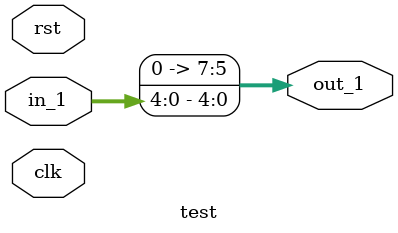
<source format=v>
/*
 * Created on Sat Feb 19 2022
 *
 * Copyright (c) 2022 IOA UCAS
 *
 * @Filename:	 test.v
 * @Author:		 Jiawei Lin
 * @Last edit:	 15:35:16
 */


`resetall
`timescale 1ns / 1ps
`default_nettype none

/*
 * FracTCAM with match table and output and gate. 
 */
module test #(
	parameter DATA_WIDTH = 5,
	parameter DEPTH = 8,
	parameter ENABLE = 1
) (
	input  wire clk,
	input  wire rst,
	input  wire [DATA_WIDTH-1:0] in_1,
	output wire [DEPTH-1:0] out_1
);


assign out_1 = in_1;

endmodule

`resetall
</source>
